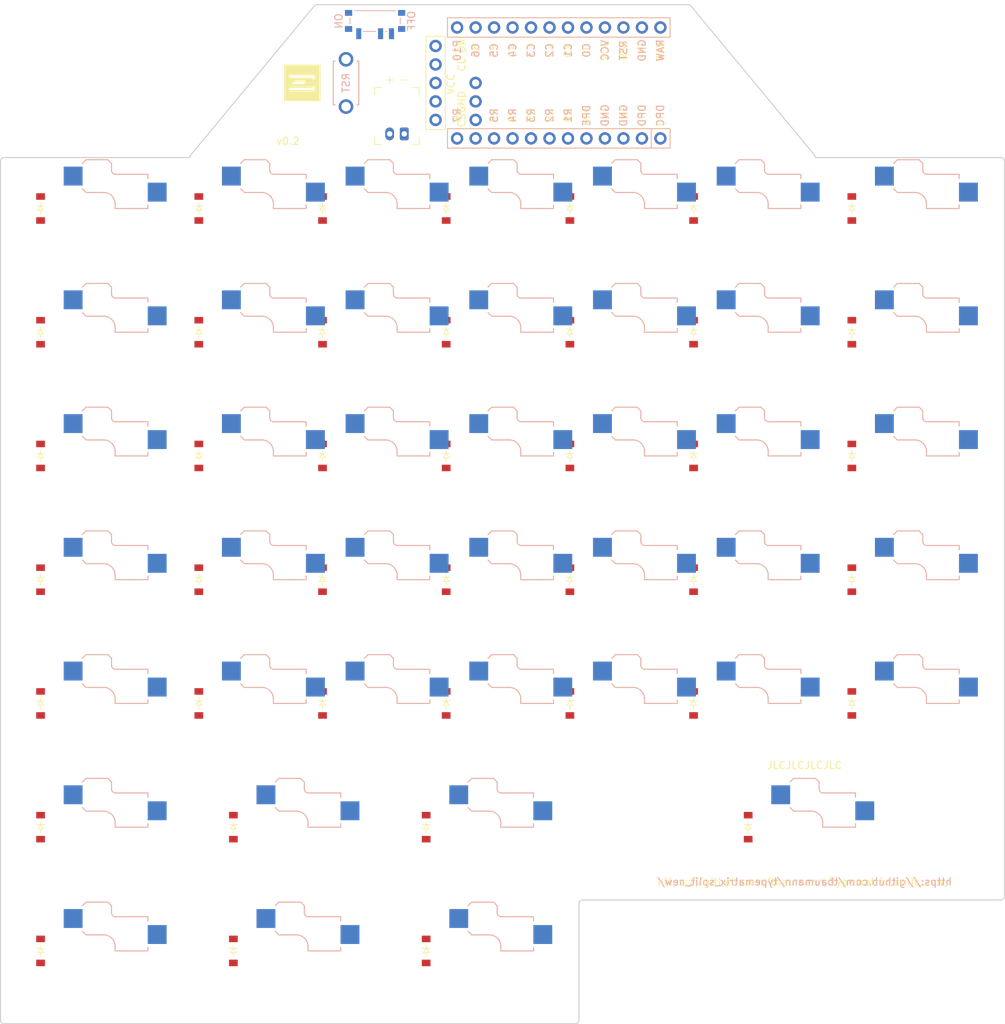
<source format=kicad_pcb>
(kicad_pcb
	(version 20240108)
	(generator "pcbnew")
	(generator_version "8.0")
	(general
		(thickness 1.6)
		(legacy_teardrops no)
	)
	(paper "A3")
	(title_block
		(title "left")
		(date "2024-10-01")
		(rev "v0.2")
		(company "Tilman Baumann")
	)
	(layers
		(0 "F.Cu" signal)
		(31 "B.Cu" signal)
		(32 "B.Adhes" user "B.Adhesive")
		(33 "F.Adhes" user "F.Adhesive")
		(34 "B.Paste" user)
		(35 "F.Paste" user)
		(36 "B.SilkS" user "B.Silkscreen")
		(37 "F.SilkS" user "F.Silkscreen")
		(38 "B.Mask" user)
		(39 "F.Mask" user)
		(40 "Dwgs.User" user "User.Drawings")
		(41 "Cmts.User" user "User.Comments")
		(42 "Eco1.User" user "User.Eco1")
		(43 "Eco2.User" user "User.Eco2")
		(44 "Edge.Cuts" user)
		(45 "Margin" user)
		(46 "B.CrtYd" user "B.Courtyard")
		(47 "F.CrtYd" user "F.Courtyard")
		(48 "B.Fab" user)
		(49 "F.Fab" user)
	)
	(setup
		(pad_to_mask_clearance 0.05)
		(allow_soldermask_bridges_in_footprints no)
		(pcbplotparams
			(layerselection 0x00010fc_ffffffff)
			(plot_on_all_layers_selection 0x0000000_00000000)
			(disableapertmacros no)
			(usegerberextensions no)
			(usegerberattributes yes)
			(usegerberadvancedattributes yes)
			(creategerberjobfile yes)
			(dashed_line_dash_ratio 12.000000)
			(dashed_line_gap_ratio 3.000000)
			(svgprecision 4)
			(plotframeref no)
			(viasonmask no)
			(mode 1)
			(useauxorigin no)
			(hpglpennumber 1)
			(hpglpenspeed 20)
			(hpglpendiameter 15.000000)
			(pdf_front_fp_property_popups yes)
			(pdf_back_fp_property_popups yes)
			(dxfpolygonmode yes)
			(dxfimperialunits yes)
			(dxfusepcbnewfont yes)
			(psnegative no)
			(psa4output no)
			(plotreference yes)
			(plotvalue yes)
			(plotfptext yes)
			(plotinvisibletext no)
			(sketchpadsonfab no)
			(subtractmaskfromsilk no)
			(outputformat 1)
			(mirror no)
			(drillshape 1)
			(scaleselection 1)
			(outputdirectory "")
		)
	)
	(net 0 "")
	(net 1 "q_bottom")
	(net 2 "C1")
	(net 3 "GND")
	(net 4 "q_home")
	(net 5 "q_top")
	(net 6 "q_num")
	(net 7 "q_f")
	(net 8 "w_bottom")
	(net 9 "C2")
	(net 10 "w_home")
	(net 11 "w_top")
	(net 12 "w_num")
	(net 13 "w_f")
	(net 14 "e_bottom")
	(net 15 "C3")
	(net 16 "e_home")
	(net 17 "e_top")
	(net 18 "e_num")
	(net 19 "e_f")
	(net 20 "r_bottom")
	(net 21 "C4")
	(net 22 "r_home")
	(net 23 "r_top")
	(net 24 "r_num")
	(net 25 "r_f")
	(net 26 "t_bottom")
	(net 27 "C5")
	(net 28 "t_home")
	(net 29 "t_top")
	(net 30 "t_num")
	(net 31 "t_f")
	(net 32 "left_bottom")
	(net 33 "C0")
	(net 34 "left_home")
	(net 35 "left_top")
	(net 36 "left_num")
	(net 37 "left_f")
	(net 38 "enter_bottom")
	(net 39 "C6")
	(net 40 "enter_home")
	(net 41 "enter_top")
	(net 42 "enter_num")
	(net 43 "enter_f")
	(net 44 "one_down")
	(net 45 "one_up")
	(net 46 "two_down")
	(net 47 "two_up")
	(net 48 "three_down")
	(net 49 "three_up")
	(net 50 "space_space")
	(net 51 "R4")
	(net 52 "R3")
	(net 53 "R2")
	(net 54 "R1")
	(net 55 "R0")
	(net 56 "R6")
	(net 57 "R5")
	(net 58 "RAW")
	(net 59 "RST")
	(net 60 "VCC")
	(net 61 "P10")
	(net 62 "DPC")
	(net 63 "DPD")
	(net 64 "DPE")
	(net 65 "R7")
	(net 66 "P101")
	(net 67 "P102")
	(net 68 "P107")
	(net 69 "BAT_P")
	(footprint "ceoloide:diode_tht_sod123" (layer "F.Cu") (at 100 64.5 -90))
	(footprint "ceoloide:diode_tht_sod123" (layer "F.Cu") (at 80.25 115.5 -90))
	(footprint "ceoloide:diode_tht_sod123" (layer "F.Cu") (at 117 64.5 -90))
	(footprint "ceoloide:diode_tht_sod123" (layer "F.Cu") (at 27.25 115.5 -90))
	(footprint "ceoloide:diode_tht_sod123" (layer "F.Cu") (at 83 64.5 -90))
	(footprint "ceoloide:diode_tht_sod123" (layer "F.Cu") (at 27.25 30.5 -90))
	(footprint "ceoloide:diode_tht_sod123" (layer "F.Cu") (at 49 81.5 -90))
	(footprint "ceoloide:diode_tht_sod123" (layer "F.Cu") (at 117 98.5 -90))
	(footprint "ceoloide:diode_tht_sod123" (layer "F.Cu") (at 49 30.5 -90))
	(footprint "ceoloide:mcu_nice_nano" (layer "F.Cu") (at 99.74 13.25 -90))
	(footprint "ceoloide:diode_tht_sod123" (layer "F.Cu") (at 49 47.5 -90))
	(footprint "ceoloide:diode_tht_sod123" (layer "F.Cu") (at 124.5 115.5 -90))
	(footprint "ceoloide:diode_tht_sod123" (layer "F.Cu") (at 49 98.5 -90))
	(footprint "ceoloide:diode_tht_sod123" (layer "F.Cu") (at 27.25 132.5 -90))
	(footprint "ceoloide:diode_tht_sod123" (layer "F.Cu") (at 100 47.5 -90))
	(footprint "ceoloide:diode_tht_sod123" (layer "F.Cu") (at 83 30.5 -90))
	(footprint "ceoloide:diode_tht_sod123" (layer "F.Cu") (at 138.75 98.5 -90))
	(footprint "ceoloide:diode_tht_sod123" (layer "F.Cu") (at 100 98.5 -90))
	(footprint "ceoloide:diode_tht_sod123" (layer "F.Cu") (at 49 64.5 -90))
	(footprint "ceoloide:diode_tht_sod123" (layer "F.Cu") (at 83 81.5 -90))
	(footprint "ceoloide:diode_tht_sod123" (layer "F.Cu") (at 83 98.5 -90))
	(footprint "ceoloide:diode_tht_sod123" (layer "F.Cu") (at 117 81.5 -90))
	(footprint "ceoloide:diode_tht_sod123" (layer "F.Cu") (at 27.25 47.5 -90))
	(footprint "ceoloide:diode_tht_sod123" (layer "F.Cu") (at 53.75 132.5 -90))
	(footprint "ceoloide:diode_tht_sod123" (layer "F.Cu") (at 66 98.5 -90))
	(footprint "ceoloide:diode_tht_sod123" (layer "F.Cu") (at 27.25 81.5 -90))
	(footprint "ceoloide:utility_ergogen_logo" (layer "F.Cu") (at 63.23 13.25))
	(footprint "ceoloide:display_nice_view" (layer "F.Cu") (at 98.24 13.25 -90))
	(footprint "ceoloide:diode_tht_sod123" (layer "F.Cu") (at 83 47.5 -90))
	(footprint "ceoloide:diode_tht_sod123" (layer "F.Cu") (at 138.75 47.5 -90))
	(footprint "ceoloide:diode_tht_sod123" (layer "F.Cu") (at 66 64.5 -90))
	(footprint "ceoloide:diode_tht_sod123" (layer "F.Cu") (at 53.75 115.5 -90))
	(footprint "ceoloide:diode_tht_sod123" (layer "F.Cu") (at 117 47.5 -90))
	(footprint "ceoloide:diode_tht_sod123" (layer "F.Cu") (at 138.75 30.5 -90))
	(footprint "ceoloide:diode_tht_sod123" (layer "F.Cu") (at 66 81.5 -90))
	(footprint "ceoloide:diode_tht_sod123" (layer "F.Cu") (at 138.75 64.5 -90))
	(footprint "ceoloide:diode_tht_sod123" (layer "F.Cu") (at 66 47.5 -90))
	(footprint "ceoloide:diode_tht_sod123" (layer "F.Cu") (at 80.25 132.5 -90))
	(footprint "ceoloide:diode_tht_sod123" (layer "F.Cu") (at 27.25 64.5 -90))
	(footprint "ceoloide:diode_tht_sod123" (layer "F.Cu") (at 100 81.5 -90))
	(footprint "ceoloide:diode_tht_sod123" (layer "F.Cu") (at 100 30.5 -90))
	(footprint "ceoloide:diode_tht_sod123" (layer "F.Cu") (at 27.25 98.5 -90))
	(footprint "ceoloide:battery_connector_jst_ph_2" (layer "F.Cu") (at 76.23 20.25 180))
	(footprint "ceoloide:diode_tht_sod123" (layer "F.Cu") (at 66 30.5 -90))
	(footprint "ceoloide:diode_tht_sod123" (layer "F.Cu") (at 138.75 81.5 -90))
	(footprint "ceoloide:diode_tht_sod123" (layer "F.Cu") (at 117 30.5 -90))
	(footprint "ceoloide:switch_choc_v1_v2" (layer "B.Cu") (at 73.75 100))
	(footprint "ceoloide:switch_choc_v1_v2" (layer "B.Cu") (at 90.75 83))
	(footprint "ceoloide:switch_choc_v1_v2" (layer "B.Cu") (at 35 32))
	(footprint "ceoloide:switch_choc_v1_v2" (layer "B.Cu") (at 124.75 66))
	(footprint "ceoloide:switch_choc_v1_v2" (layer "B.Cu") (at 61.5 134))
	(footprint "ceoloide:switch_choc_v1_v2" (layer "B.Cu") (at 146.5 66))
	(footprint "ceoloide:switch_choc_v1_v2" (layer "B.Cu") (at 35 117))
	(footprint "ceoloide:switch_choc_v1_v2" (layer "B.Cu") (at 35 134))
	(footprint "ceoloide:switch_choc_v1_v2" (layer "B.Cu") (at 56.75 32))
	(footprint "ceoloide:switch_choc_v1_v2" (layer "B.Cu") (at 107.75 83))
	(footprint "ceoloide:switch_choc_v1_v2"
		(layer "B.Cu")
		(uuid "3d669c0d-8b8c-4f47-a111-9d6fa76a2051")
		(at 73.75 83)
		(property "Reference" "S7"
			(at 0 8.8 0)
			(layer "B.SilkS")
			(hide yes)
			(uuid "47b18707-c33c-4a2d-913f-cffa1071afd6")
			(effects
				(font
					(size 1 1)
					(thickness 0.15)
				)
			)
		)
		(property "Value" ""
			(at 0 0 0)
			(layer "F.Fab")
			(uuid "d276e19d-e3bb-41df-86f2-0dd0801ad205")
			(effects
				(font
					(size 1.27 1.27)
					(thickness 0.15)
				)
			)
		)
		(property "Footprint" ""
			(at 0 0 0)
			(layer "F.Fab")
			(hide yes)
			(uuid "3369f5c4-6d02-4945-acdd-718a1d08d1a6")
			(effects
				(font
					(size 1.27 1.27)
					(thickness 0.15)
				)
			)
		)
		(property "Datasheet" ""
			(at 0 0 0)
			(layer "F.Fab")
			(hide yes)
			(uuid "86bd7aaf-a4a4-4ddf-b8b2-d49d1a6fdfea")
			(effects
				(font
					(size 1.27 1.27)
					(thickness 0.15)
				)
			)
		)
		(property "Description" ""
			(at 0 0 0)
			(layer "F.Fab")
			(hide yes)
			(uuid "c337b5bc-3e82-4558-936d-da29dcdd06d4")
			(effects
				(font
					(size 1.27 1.27)
					(thickness 0.15)
				)
			)
		)
		(attr exclude_from_pos_files exclude_from_bom allow_soldermask_bridges)
		(fp_line
			(start -1.5 -8.2)
			(end -2 -7.7)
			(stroke
				(width 0.15)
				(type solid)
			)
			(layer "B.SilkS")
			(uuid "45c551a4-d991-4b1d-9dc1-73af0c32f1ef")
		)
		(fp_line
			(start -1.5 -3.7)
			(end -2 -4.2)
			(stroke
				(width 0.15)
				(type solid)
			)
			(layer "B.SilkS")
			(uuid
... [165513 chars truncated]
</source>
